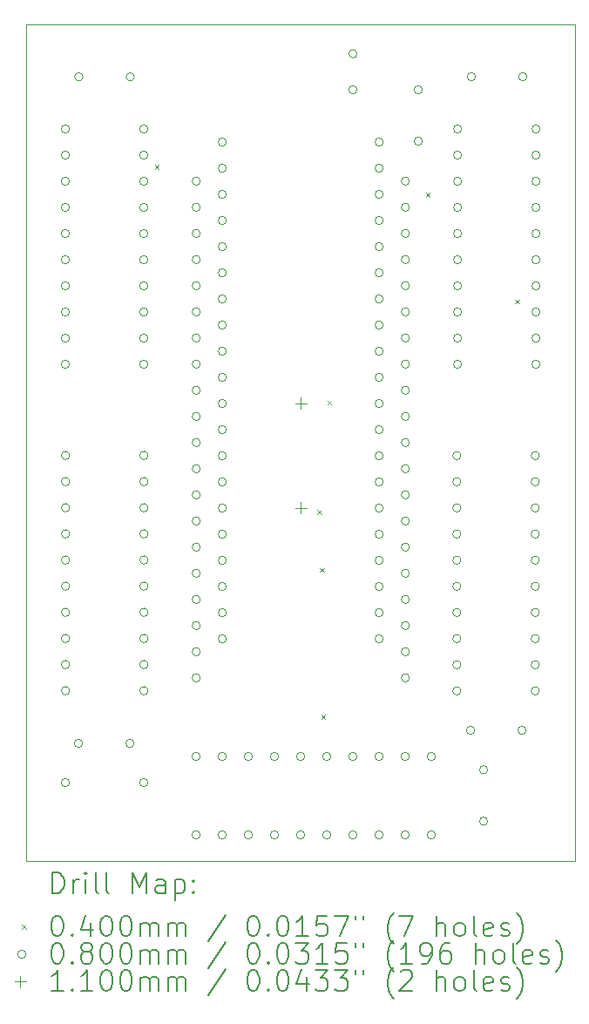
<source format=gbr>
%TF.GenerationSoftware,KiCad,Pcbnew,(6.0.9)*%
%TF.CreationDate,2023-08-18T17:20:24+02:00*%
%TF.ProjectId,Sombrero_MSX_Goa'uld,536f6d62-7265-4726-9f5f-4d53585f476f,rev?*%
%TF.SameCoordinates,Original*%
%TF.FileFunction,Drillmap*%
%TF.FilePolarity,Positive*%
%FSLAX45Y45*%
G04 Gerber Fmt 4.5, Leading zero omitted, Abs format (unit mm)*
G04 Created by KiCad (PCBNEW (6.0.9)) date 2023-08-18 17:20:24*
%MOMM*%
%LPD*%
G01*
G04 APERTURE LIST*
%ADD10C,0.050000*%
%ADD11C,0.200000*%
%ADD12C,0.040000*%
%ADD13C,0.080000*%
%ADD14C,0.110000*%
G04 APERTURE END LIST*
D10*
X12065000Y-6477000D02*
X17399000Y-6477000D01*
X17399000Y-6477000D02*
X17399000Y-14605000D01*
X17399000Y-14605000D02*
X12065000Y-14605000D01*
X12065000Y-14605000D02*
X12065000Y-6477000D01*
D11*
D12*
X13313670Y-7842520D02*
X13353670Y-7882520D01*
X13353670Y-7842520D02*
X13313670Y-7882520D01*
X14891830Y-11192770D02*
X14931830Y-11232770D01*
X14931830Y-11192770D02*
X14891830Y-11232770D01*
X14919550Y-11757110D02*
X14959550Y-11797110D01*
X14959550Y-11757110D02*
X14919550Y-11797110D01*
X14931680Y-13187630D02*
X14971680Y-13227630D01*
X14971680Y-13187630D02*
X14931680Y-13227630D01*
X14992040Y-10133000D02*
X15032040Y-10173000D01*
X15032040Y-10133000D02*
X14992040Y-10173000D01*
X15946970Y-8110660D02*
X15986970Y-8150660D01*
X15986970Y-8110660D02*
X15946970Y-8150660D01*
X16815380Y-9151000D02*
X16855380Y-9191000D01*
X16855380Y-9151000D02*
X16815380Y-9191000D01*
D13*
X12485500Y-7493500D02*
G75*
G03*
X12485500Y-7493500I-40000J0D01*
G01*
X12485500Y-7747500D02*
G75*
G03*
X12485500Y-7747500I-40000J0D01*
G01*
X12485500Y-8001500D02*
G75*
G03*
X12485500Y-8001500I-40000J0D01*
G01*
X12485500Y-8255500D02*
G75*
G03*
X12485500Y-8255500I-40000J0D01*
G01*
X12485500Y-8509500D02*
G75*
G03*
X12485500Y-8509500I-40000J0D01*
G01*
X12485500Y-8763500D02*
G75*
G03*
X12485500Y-8763500I-40000J0D01*
G01*
X12485500Y-9017500D02*
G75*
G03*
X12485500Y-9017500I-40000J0D01*
G01*
X12485500Y-9271500D02*
G75*
G03*
X12485500Y-9271500I-40000J0D01*
G01*
X12485500Y-9525500D02*
G75*
G03*
X12485500Y-9525500I-40000J0D01*
G01*
X12485500Y-9779500D02*
G75*
G03*
X12485500Y-9779500I-40000J0D01*
G01*
X12486000Y-13843000D02*
G75*
G03*
X12486000Y-13843000I-40000J0D01*
G01*
X12487500Y-10665500D02*
G75*
G03*
X12487500Y-10665500I-40000J0D01*
G01*
X12487500Y-10919500D02*
G75*
G03*
X12487500Y-10919500I-40000J0D01*
G01*
X12487500Y-11173500D02*
G75*
G03*
X12487500Y-11173500I-40000J0D01*
G01*
X12487500Y-11427500D02*
G75*
G03*
X12487500Y-11427500I-40000J0D01*
G01*
X12487500Y-11681500D02*
G75*
G03*
X12487500Y-11681500I-40000J0D01*
G01*
X12487500Y-11935500D02*
G75*
G03*
X12487500Y-11935500I-40000J0D01*
G01*
X12487500Y-12189500D02*
G75*
G03*
X12487500Y-12189500I-40000J0D01*
G01*
X12487500Y-12443500D02*
G75*
G03*
X12487500Y-12443500I-40000J0D01*
G01*
X12487500Y-12697500D02*
G75*
G03*
X12487500Y-12697500I-40000J0D01*
G01*
X12487500Y-12951500D02*
G75*
G03*
X12487500Y-12951500I-40000J0D01*
G01*
X12613000Y-13462000D02*
G75*
G03*
X12613000Y-13462000I-40000J0D01*
G01*
X12616500Y-6986500D02*
G75*
G03*
X12616500Y-6986500I-40000J0D01*
G01*
X13113000Y-13462000D02*
G75*
G03*
X13113000Y-13462000I-40000J0D01*
G01*
X13116500Y-6986500D02*
G75*
G03*
X13116500Y-6986500I-40000J0D01*
G01*
X13247500Y-7493500D02*
G75*
G03*
X13247500Y-7493500I-40000J0D01*
G01*
X13247500Y-7747500D02*
G75*
G03*
X13247500Y-7747500I-40000J0D01*
G01*
X13247500Y-8001500D02*
G75*
G03*
X13247500Y-8001500I-40000J0D01*
G01*
X13247500Y-8255500D02*
G75*
G03*
X13247500Y-8255500I-40000J0D01*
G01*
X13247500Y-8509500D02*
G75*
G03*
X13247500Y-8509500I-40000J0D01*
G01*
X13247500Y-8763500D02*
G75*
G03*
X13247500Y-8763500I-40000J0D01*
G01*
X13247500Y-9017500D02*
G75*
G03*
X13247500Y-9017500I-40000J0D01*
G01*
X13247500Y-9271500D02*
G75*
G03*
X13247500Y-9271500I-40000J0D01*
G01*
X13247500Y-9525500D02*
G75*
G03*
X13247500Y-9525500I-40000J0D01*
G01*
X13247500Y-9779500D02*
G75*
G03*
X13247500Y-9779500I-40000J0D01*
G01*
X13248000Y-13843000D02*
G75*
G03*
X13248000Y-13843000I-40000J0D01*
G01*
X13249500Y-10665500D02*
G75*
G03*
X13249500Y-10665500I-40000J0D01*
G01*
X13249500Y-10919500D02*
G75*
G03*
X13249500Y-10919500I-40000J0D01*
G01*
X13249500Y-11173500D02*
G75*
G03*
X13249500Y-11173500I-40000J0D01*
G01*
X13249500Y-11427500D02*
G75*
G03*
X13249500Y-11427500I-40000J0D01*
G01*
X13249500Y-11681500D02*
G75*
G03*
X13249500Y-11681500I-40000J0D01*
G01*
X13249500Y-11935500D02*
G75*
G03*
X13249500Y-11935500I-40000J0D01*
G01*
X13249500Y-12189500D02*
G75*
G03*
X13249500Y-12189500I-40000J0D01*
G01*
X13249500Y-12443500D02*
G75*
G03*
X13249500Y-12443500I-40000J0D01*
G01*
X13249500Y-12697500D02*
G75*
G03*
X13249500Y-12697500I-40000J0D01*
G01*
X13249500Y-12951500D02*
G75*
G03*
X13249500Y-12951500I-40000J0D01*
G01*
X13756000Y-13589000D02*
G75*
G03*
X13756000Y-13589000I-40000J0D01*
G01*
X13756000Y-14351000D02*
G75*
G03*
X13756000Y-14351000I-40000J0D01*
G01*
X13757500Y-8000500D02*
G75*
G03*
X13757500Y-8000500I-40000J0D01*
G01*
X13757500Y-8254500D02*
G75*
G03*
X13757500Y-8254500I-40000J0D01*
G01*
X13757500Y-8508500D02*
G75*
G03*
X13757500Y-8508500I-40000J0D01*
G01*
X13757500Y-8762500D02*
G75*
G03*
X13757500Y-8762500I-40000J0D01*
G01*
X13757500Y-9016500D02*
G75*
G03*
X13757500Y-9016500I-40000J0D01*
G01*
X13757500Y-9270500D02*
G75*
G03*
X13757500Y-9270500I-40000J0D01*
G01*
X13757500Y-9524500D02*
G75*
G03*
X13757500Y-9524500I-40000J0D01*
G01*
X13757500Y-9778500D02*
G75*
G03*
X13757500Y-9778500I-40000J0D01*
G01*
X13757500Y-10032500D02*
G75*
G03*
X13757500Y-10032500I-40000J0D01*
G01*
X13757500Y-10286500D02*
G75*
G03*
X13757500Y-10286500I-40000J0D01*
G01*
X13757500Y-10540500D02*
G75*
G03*
X13757500Y-10540500I-40000J0D01*
G01*
X13757500Y-10794500D02*
G75*
G03*
X13757500Y-10794500I-40000J0D01*
G01*
X13757500Y-11048500D02*
G75*
G03*
X13757500Y-11048500I-40000J0D01*
G01*
X13757500Y-11302500D02*
G75*
G03*
X13757500Y-11302500I-40000J0D01*
G01*
X13757500Y-11556500D02*
G75*
G03*
X13757500Y-11556500I-40000J0D01*
G01*
X13757500Y-11810500D02*
G75*
G03*
X13757500Y-11810500I-40000J0D01*
G01*
X13757500Y-12064500D02*
G75*
G03*
X13757500Y-12064500I-40000J0D01*
G01*
X13757500Y-12318500D02*
G75*
G03*
X13757500Y-12318500I-40000J0D01*
G01*
X13757500Y-12572500D02*
G75*
G03*
X13757500Y-12572500I-40000J0D01*
G01*
X13757500Y-12826500D02*
G75*
G03*
X13757500Y-12826500I-40000J0D01*
G01*
X14010000Y-13589000D02*
G75*
G03*
X14010000Y-13589000I-40000J0D01*
G01*
X14010000Y-14351000D02*
G75*
G03*
X14010000Y-14351000I-40000J0D01*
G01*
X14011000Y-7620000D02*
G75*
G03*
X14011000Y-7620000I-40000J0D01*
G01*
X14011000Y-7874000D02*
G75*
G03*
X14011000Y-7874000I-40000J0D01*
G01*
X14011000Y-8128000D02*
G75*
G03*
X14011000Y-8128000I-40000J0D01*
G01*
X14011000Y-8382000D02*
G75*
G03*
X14011000Y-8382000I-40000J0D01*
G01*
X14011000Y-8636000D02*
G75*
G03*
X14011000Y-8636000I-40000J0D01*
G01*
X14011000Y-8890000D02*
G75*
G03*
X14011000Y-8890000I-40000J0D01*
G01*
X14011000Y-9144000D02*
G75*
G03*
X14011000Y-9144000I-40000J0D01*
G01*
X14011000Y-9398000D02*
G75*
G03*
X14011000Y-9398000I-40000J0D01*
G01*
X14011000Y-9652000D02*
G75*
G03*
X14011000Y-9652000I-40000J0D01*
G01*
X14011000Y-9906000D02*
G75*
G03*
X14011000Y-9906000I-40000J0D01*
G01*
X14011000Y-10160000D02*
G75*
G03*
X14011000Y-10160000I-40000J0D01*
G01*
X14011000Y-10414000D02*
G75*
G03*
X14011000Y-10414000I-40000J0D01*
G01*
X14011000Y-10668000D02*
G75*
G03*
X14011000Y-10668000I-40000J0D01*
G01*
X14011000Y-10922000D02*
G75*
G03*
X14011000Y-10922000I-40000J0D01*
G01*
X14011000Y-11176000D02*
G75*
G03*
X14011000Y-11176000I-40000J0D01*
G01*
X14011000Y-11430000D02*
G75*
G03*
X14011000Y-11430000I-40000J0D01*
G01*
X14011000Y-11684000D02*
G75*
G03*
X14011000Y-11684000I-40000J0D01*
G01*
X14011000Y-11938000D02*
G75*
G03*
X14011000Y-11938000I-40000J0D01*
G01*
X14011000Y-12192000D02*
G75*
G03*
X14011000Y-12192000I-40000J0D01*
G01*
X14011000Y-12446000D02*
G75*
G03*
X14011000Y-12446000I-40000J0D01*
G01*
X14264000Y-13589000D02*
G75*
G03*
X14264000Y-13589000I-40000J0D01*
G01*
X14264000Y-14351000D02*
G75*
G03*
X14264000Y-14351000I-40000J0D01*
G01*
X14518000Y-13589000D02*
G75*
G03*
X14518000Y-13589000I-40000J0D01*
G01*
X14518000Y-14351000D02*
G75*
G03*
X14518000Y-14351000I-40000J0D01*
G01*
X14772000Y-13589000D02*
G75*
G03*
X14772000Y-13589000I-40000J0D01*
G01*
X14772000Y-14351000D02*
G75*
G03*
X14772000Y-14351000I-40000J0D01*
G01*
X15026000Y-13589000D02*
G75*
G03*
X15026000Y-13589000I-40000J0D01*
G01*
X15026000Y-14351000D02*
G75*
G03*
X15026000Y-14351000I-40000J0D01*
G01*
X15280000Y-6762000D02*
G75*
G03*
X15280000Y-6762000I-40000J0D01*
G01*
X15280000Y-7112000D02*
G75*
G03*
X15280000Y-7112000I-40000J0D01*
G01*
X15280000Y-13589000D02*
G75*
G03*
X15280000Y-13589000I-40000J0D01*
G01*
X15280000Y-14351000D02*
G75*
G03*
X15280000Y-14351000I-40000J0D01*
G01*
X15534000Y-13589000D02*
G75*
G03*
X15534000Y-13589000I-40000J0D01*
G01*
X15534000Y-14351000D02*
G75*
G03*
X15534000Y-14351000I-40000J0D01*
G01*
X15535000Y-7620000D02*
G75*
G03*
X15535000Y-7620000I-40000J0D01*
G01*
X15535000Y-7874000D02*
G75*
G03*
X15535000Y-7874000I-40000J0D01*
G01*
X15535000Y-8128000D02*
G75*
G03*
X15535000Y-8128000I-40000J0D01*
G01*
X15535000Y-8382000D02*
G75*
G03*
X15535000Y-8382000I-40000J0D01*
G01*
X15535000Y-8636000D02*
G75*
G03*
X15535000Y-8636000I-40000J0D01*
G01*
X15535000Y-8890000D02*
G75*
G03*
X15535000Y-8890000I-40000J0D01*
G01*
X15535000Y-9144000D02*
G75*
G03*
X15535000Y-9144000I-40000J0D01*
G01*
X15535000Y-9398000D02*
G75*
G03*
X15535000Y-9398000I-40000J0D01*
G01*
X15535000Y-9652000D02*
G75*
G03*
X15535000Y-9652000I-40000J0D01*
G01*
X15535000Y-9906000D02*
G75*
G03*
X15535000Y-9906000I-40000J0D01*
G01*
X15535000Y-10160000D02*
G75*
G03*
X15535000Y-10160000I-40000J0D01*
G01*
X15535000Y-10414000D02*
G75*
G03*
X15535000Y-10414000I-40000J0D01*
G01*
X15535000Y-10668000D02*
G75*
G03*
X15535000Y-10668000I-40000J0D01*
G01*
X15535000Y-10922000D02*
G75*
G03*
X15535000Y-10922000I-40000J0D01*
G01*
X15535000Y-11176000D02*
G75*
G03*
X15535000Y-11176000I-40000J0D01*
G01*
X15535000Y-11430000D02*
G75*
G03*
X15535000Y-11430000I-40000J0D01*
G01*
X15535000Y-11684000D02*
G75*
G03*
X15535000Y-11684000I-40000J0D01*
G01*
X15535000Y-11938000D02*
G75*
G03*
X15535000Y-11938000I-40000J0D01*
G01*
X15535000Y-12192000D02*
G75*
G03*
X15535000Y-12192000I-40000J0D01*
G01*
X15535000Y-12446000D02*
G75*
G03*
X15535000Y-12446000I-40000J0D01*
G01*
X15788000Y-13589000D02*
G75*
G03*
X15788000Y-13589000I-40000J0D01*
G01*
X15788000Y-14351000D02*
G75*
G03*
X15788000Y-14351000I-40000J0D01*
G01*
X15789500Y-8000500D02*
G75*
G03*
X15789500Y-8000500I-40000J0D01*
G01*
X15789500Y-8254500D02*
G75*
G03*
X15789500Y-8254500I-40000J0D01*
G01*
X15789500Y-8508500D02*
G75*
G03*
X15789500Y-8508500I-40000J0D01*
G01*
X15789500Y-8762500D02*
G75*
G03*
X15789500Y-8762500I-40000J0D01*
G01*
X15789500Y-9016500D02*
G75*
G03*
X15789500Y-9016500I-40000J0D01*
G01*
X15789500Y-9270500D02*
G75*
G03*
X15789500Y-9270500I-40000J0D01*
G01*
X15789500Y-9524500D02*
G75*
G03*
X15789500Y-9524500I-40000J0D01*
G01*
X15789500Y-9778500D02*
G75*
G03*
X15789500Y-9778500I-40000J0D01*
G01*
X15789500Y-10032500D02*
G75*
G03*
X15789500Y-10032500I-40000J0D01*
G01*
X15789500Y-10286500D02*
G75*
G03*
X15789500Y-10286500I-40000J0D01*
G01*
X15789500Y-10540500D02*
G75*
G03*
X15789500Y-10540500I-40000J0D01*
G01*
X15789500Y-10794500D02*
G75*
G03*
X15789500Y-10794500I-40000J0D01*
G01*
X15789500Y-11048500D02*
G75*
G03*
X15789500Y-11048500I-40000J0D01*
G01*
X15789500Y-11302500D02*
G75*
G03*
X15789500Y-11302500I-40000J0D01*
G01*
X15789500Y-11556500D02*
G75*
G03*
X15789500Y-11556500I-40000J0D01*
G01*
X15789500Y-11810500D02*
G75*
G03*
X15789500Y-11810500I-40000J0D01*
G01*
X15789500Y-12064500D02*
G75*
G03*
X15789500Y-12064500I-40000J0D01*
G01*
X15789500Y-12318500D02*
G75*
G03*
X15789500Y-12318500I-40000J0D01*
G01*
X15789500Y-12572500D02*
G75*
G03*
X15789500Y-12572500I-40000J0D01*
G01*
X15789500Y-12826500D02*
G75*
G03*
X15789500Y-12826500I-40000J0D01*
G01*
X15915000Y-7112000D02*
G75*
G03*
X15915000Y-7112000I-40000J0D01*
G01*
X15915000Y-7612000D02*
G75*
G03*
X15915000Y-7612000I-40000J0D01*
G01*
X16042000Y-13589000D02*
G75*
G03*
X16042000Y-13589000I-40000J0D01*
G01*
X16042000Y-14351000D02*
G75*
G03*
X16042000Y-14351000I-40000J0D01*
G01*
X16289500Y-10667500D02*
G75*
G03*
X16289500Y-10667500I-40000J0D01*
G01*
X16289500Y-10921500D02*
G75*
G03*
X16289500Y-10921500I-40000J0D01*
G01*
X16289500Y-11175500D02*
G75*
G03*
X16289500Y-11175500I-40000J0D01*
G01*
X16289500Y-11429500D02*
G75*
G03*
X16289500Y-11429500I-40000J0D01*
G01*
X16289500Y-11683500D02*
G75*
G03*
X16289500Y-11683500I-40000J0D01*
G01*
X16289500Y-11937500D02*
G75*
G03*
X16289500Y-11937500I-40000J0D01*
G01*
X16289500Y-12191500D02*
G75*
G03*
X16289500Y-12191500I-40000J0D01*
G01*
X16289500Y-12445500D02*
G75*
G03*
X16289500Y-12445500I-40000J0D01*
G01*
X16289500Y-12699500D02*
G75*
G03*
X16289500Y-12699500I-40000J0D01*
G01*
X16289500Y-12953500D02*
G75*
G03*
X16289500Y-12953500I-40000J0D01*
G01*
X16297000Y-7493500D02*
G75*
G03*
X16297000Y-7493500I-40000J0D01*
G01*
X16297000Y-7747500D02*
G75*
G03*
X16297000Y-7747500I-40000J0D01*
G01*
X16297000Y-8001500D02*
G75*
G03*
X16297000Y-8001500I-40000J0D01*
G01*
X16297000Y-8255500D02*
G75*
G03*
X16297000Y-8255500I-40000J0D01*
G01*
X16297000Y-8509500D02*
G75*
G03*
X16297000Y-8509500I-40000J0D01*
G01*
X16297000Y-8763500D02*
G75*
G03*
X16297000Y-8763500I-40000J0D01*
G01*
X16297000Y-9017500D02*
G75*
G03*
X16297000Y-9017500I-40000J0D01*
G01*
X16297000Y-9271500D02*
G75*
G03*
X16297000Y-9271500I-40000J0D01*
G01*
X16297000Y-9525500D02*
G75*
G03*
X16297000Y-9525500I-40000J0D01*
G01*
X16297000Y-9779500D02*
G75*
G03*
X16297000Y-9779500I-40000J0D01*
G01*
X16423000Y-13335000D02*
G75*
G03*
X16423000Y-13335000I-40000J0D01*
G01*
X16431000Y-6985500D02*
G75*
G03*
X16431000Y-6985500I-40000J0D01*
G01*
X16550000Y-13720000D02*
G75*
G03*
X16550000Y-13720000I-40000J0D01*
G01*
X16550000Y-14220000D02*
G75*
G03*
X16550000Y-14220000I-40000J0D01*
G01*
X16923000Y-13335000D02*
G75*
G03*
X16923000Y-13335000I-40000J0D01*
G01*
X16931000Y-6985500D02*
G75*
G03*
X16931000Y-6985500I-40000J0D01*
G01*
X17051500Y-10667500D02*
G75*
G03*
X17051500Y-10667500I-40000J0D01*
G01*
X17051500Y-10921500D02*
G75*
G03*
X17051500Y-10921500I-40000J0D01*
G01*
X17051500Y-11175500D02*
G75*
G03*
X17051500Y-11175500I-40000J0D01*
G01*
X17051500Y-11429500D02*
G75*
G03*
X17051500Y-11429500I-40000J0D01*
G01*
X17051500Y-11683500D02*
G75*
G03*
X17051500Y-11683500I-40000J0D01*
G01*
X17051500Y-11937500D02*
G75*
G03*
X17051500Y-11937500I-40000J0D01*
G01*
X17051500Y-12191500D02*
G75*
G03*
X17051500Y-12191500I-40000J0D01*
G01*
X17051500Y-12445500D02*
G75*
G03*
X17051500Y-12445500I-40000J0D01*
G01*
X17051500Y-12699500D02*
G75*
G03*
X17051500Y-12699500I-40000J0D01*
G01*
X17051500Y-12953500D02*
G75*
G03*
X17051500Y-12953500I-40000J0D01*
G01*
X17059000Y-7493500D02*
G75*
G03*
X17059000Y-7493500I-40000J0D01*
G01*
X17059000Y-7747500D02*
G75*
G03*
X17059000Y-7747500I-40000J0D01*
G01*
X17059000Y-8001500D02*
G75*
G03*
X17059000Y-8001500I-40000J0D01*
G01*
X17059000Y-8255500D02*
G75*
G03*
X17059000Y-8255500I-40000J0D01*
G01*
X17059000Y-8509500D02*
G75*
G03*
X17059000Y-8509500I-40000J0D01*
G01*
X17059000Y-8763500D02*
G75*
G03*
X17059000Y-8763500I-40000J0D01*
G01*
X17059000Y-9017500D02*
G75*
G03*
X17059000Y-9017500I-40000J0D01*
G01*
X17059000Y-9271500D02*
G75*
G03*
X17059000Y-9271500I-40000J0D01*
G01*
X17059000Y-9525500D02*
G75*
G03*
X17059000Y-9525500I-40000J0D01*
G01*
X17059000Y-9779500D02*
G75*
G03*
X17059000Y-9779500I-40000J0D01*
G01*
D14*
X14734000Y-10105000D02*
X14734000Y-10215000D01*
X14679000Y-10160000D02*
X14789000Y-10160000D01*
X14734000Y-11121000D02*
X14734000Y-11231000D01*
X14679000Y-11176000D02*
X14789000Y-11176000D01*
D11*
X12320119Y-14917976D02*
X12320119Y-14717976D01*
X12367738Y-14717976D01*
X12396309Y-14727500D01*
X12415357Y-14746548D01*
X12424881Y-14765595D01*
X12434405Y-14803690D01*
X12434405Y-14832262D01*
X12424881Y-14870357D01*
X12415357Y-14889405D01*
X12396309Y-14908452D01*
X12367738Y-14917976D01*
X12320119Y-14917976D01*
X12520119Y-14917976D02*
X12520119Y-14784643D01*
X12520119Y-14822738D02*
X12529643Y-14803690D01*
X12539167Y-14794167D01*
X12558214Y-14784643D01*
X12577262Y-14784643D01*
X12643928Y-14917976D02*
X12643928Y-14784643D01*
X12643928Y-14717976D02*
X12634405Y-14727500D01*
X12643928Y-14737024D01*
X12653452Y-14727500D01*
X12643928Y-14717976D01*
X12643928Y-14737024D01*
X12767738Y-14917976D02*
X12748690Y-14908452D01*
X12739167Y-14889405D01*
X12739167Y-14717976D01*
X12872500Y-14917976D02*
X12853452Y-14908452D01*
X12843928Y-14889405D01*
X12843928Y-14717976D01*
X13101071Y-14917976D02*
X13101071Y-14717976D01*
X13167738Y-14860833D01*
X13234405Y-14717976D01*
X13234405Y-14917976D01*
X13415357Y-14917976D02*
X13415357Y-14813214D01*
X13405833Y-14794167D01*
X13386786Y-14784643D01*
X13348690Y-14784643D01*
X13329643Y-14794167D01*
X13415357Y-14908452D02*
X13396309Y-14917976D01*
X13348690Y-14917976D01*
X13329643Y-14908452D01*
X13320119Y-14889405D01*
X13320119Y-14870357D01*
X13329643Y-14851309D01*
X13348690Y-14841786D01*
X13396309Y-14841786D01*
X13415357Y-14832262D01*
X13510595Y-14784643D02*
X13510595Y-14984643D01*
X13510595Y-14794167D02*
X13529643Y-14784643D01*
X13567738Y-14784643D01*
X13586786Y-14794167D01*
X13596309Y-14803690D01*
X13605833Y-14822738D01*
X13605833Y-14879881D01*
X13596309Y-14898928D01*
X13586786Y-14908452D01*
X13567738Y-14917976D01*
X13529643Y-14917976D01*
X13510595Y-14908452D01*
X13691548Y-14898928D02*
X13701071Y-14908452D01*
X13691548Y-14917976D01*
X13682024Y-14908452D01*
X13691548Y-14898928D01*
X13691548Y-14917976D01*
X13691548Y-14794167D02*
X13701071Y-14803690D01*
X13691548Y-14813214D01*
X13682024Y-14803690D01*
X13691548Y-14794167D01*
X13691548Y-14813214D01*
D12*
X12022500Y-15227500D02*
X12062500Y-15267500D01*
X12062500Y-15227500D02*
X12022500Y-15267500D01*
D11*
X12358214Y-15137976D02*
X12377262Y-15137976D01*
X12396309Y-15147500D01*
X12405833Y-15157024D01*
X12415357Y-15176071D01*
X12424881Y-15214167D01*
X12424881Y-15261786D01*
X12415357Y-15299881D01*
X12405833Y-15318928D01*
X12396309Y-15328452D01*
X12377262Y-15337976D01*
X12358214Y-15337976D01*
X12339167Y-15328452D01*
X12329643Y-15318928D01*
X12320119Y-15299881D01*
X12310595Y-15261786D01*
X12310595Y-15214167D01*
X12320119Y-15176071D01*
X12329643Y-15157024D01*
X12339167Y-15147500D01*
X12358214Y-15137976D01*
X12510595Y-15318928D02*
X12520119Y-15328452D01*
X12510595Y-15337976D01*
X12501071Y-15328452D01*
X12510595Y-15318928D01*
X12510595Y-15337976D01*
X12691548Y-15204643D02*
X12691548Y-15337976D01*
X12643928Y-15128452D02*
X12596309Y-15271309D01*
X12720119Y-15271309D01*
X12834405Y-15137976D02*
X12853452Y-15137976D01*
X12872500Y-15147500D01*
X12882024Y-15157024D01*
X12891548Y-15176071D01*
X12901071Y-15214167D01*
X12901071Y-15261786D01*
X12891548Y-15299881D01*
X12882024Y-15318928D01*
X12872500Y-15328452D01*
X12853452Y-15337976D01*
X12834405Y-15337976D01*
X12815357Y-15328452D01*
X12805833Y-15318928D01*
X12796309Y-15299881D01*
X12786786Y-15261786D01*
X12786786Y-15214167D01*
X12796309Y-15176071D01*
X12805833Y-15157024D01*
X12815357Y-15147500D01*
X12834405Y-15137976D01*
X13024881Y-15137976D02*
X13043928Y-15137976D01*
X13062976Y-15147500D01*
X13072500Y-15157024D01*
X13082024Y-15176071D01*
X13091548Y-15214167D01*
X13091548Y-15261786D01*
X13082024Y-15299881D01*
X13072500Y-15318928D01*
X13062976Y-15328452D01*
X13043928Y-15337976D01*
X13024881Y-15337976D01*
X13005833Y-15328452D01*
X12996309Y-15318928D01*
X12986786Y-15299881D01*
X12977262Y-15261786D01*
X12977262Y-15214167D01*
X12986786Y-15176071D01*
X12996309Y-15157024D01*
X13005833Y-15147500D01*
X13024881Y-15137976D01*
X13177262Y-15337976D02*
X13177262Y-15204643D01*
X13177262Y-15223690D02*
X13186786Y-15214167D01*
X13205833Y-15204643D01*
X13234405Y-15204643D01*
X13253452Y-15214167D01*
X13262976Y-15233214D01*
X13262976Y-15337976D01*
X13262976Y-15233214D02*
X13272500Y-15214167D01*
X13291548Y-15204643D01*
X13320119Y-15204643D01*
X13339167Y-15214167D01*
X13348690Y-15233214D01*
X13348690Y-15337976D01*
X13443928Y-15337976D02*
X13443928Y-15204643D01*
X13443928Y-15223690D02*
X13453452Y-15214167D01*
X13472500Y-15204643D01*
X13501071Y-15204643D01*
X13520119Y-15214167D01*
X13529643Y-15233214D01*
X13529643Y-15337976D01*
X13529643Y-15233214D02*
X13539167Y-15214167D01*
X13558214Y-15204643D01*
X13586786Y-15204643D01*
X13605833Y-15214167D01*
X13615357Y-15233214D01*
X13615357Y-15337976D01*
X14005833Y-15128452D02*
X13834405Y-15385595D01*
X14262976Y-15137976D02*
X14282024Y-15137976D01*
X14301071Y-15147500D01*
X14310595Y-15157024D01*
X14320119Y-15176071D01*
X14329643Y-15214167D01*
X14329643Y-15261786D01*
X14320119Y-15299881D01*
X14310595Y-15318928D01*
X14301071Y-15328452D01*
X14282024Y-15337976D01*
X14262976Y-15337976D01*
X14243928Y-15328452D01*
X14234405Y-15318928D01*
X14224881Y-15299881D01*
X14215357Y-15261786D01*
X14215357Y-15214167D01*
X14224881Y-15176071D01*
X14234405Y-15157024D01*
X14243928Y-15147500D01*
X14262976Y-15137976D01*
X14415357Y-15318928D02*
X14424881Y-15328452D01*
X14415357Y-15337976D01*
X14405833Y-15328452D01*
X14415357Y-15318928D01*
X14415357Y-15337976D01*
X14548690Y-15137976D02*
X14567738Y-15137976D01*
X14586786Y-15147500D01*
X14596309Y-15157024D01*
X14605833Y-15176071D01*
X14615357Y-15214167D01*
X14615357Y-15261786D01*
X14605833Y-15299881D01*
X14596309Y-15318928D01*
X14586786Y-15328452D01*
X14567738Y-15337976D01*
X14548690Y-15337976D01*
X14529643Y-15328452D01*
X14520119Y-15318928D01*
X14510595Y-15299881D01*
X14501071Y-15261786D01*
X14501071Y-15214167D01*
X14510595Y-15176071D01*
X14520119Y-15157024D01*
X14529643Y-15147500D01*
X14548690Y-15137976D01*
X14805833Y-15337976D02*
X14691548Y-15337976D01*
X14748690Y-15337976D02*
X14748690Y-15137976D01*
X14729643Y-15166548D01*
X14710595Y-15185595D01*
X14691548Y-15195119D01*
X14986786Y-15137976D02*
X14891548Y-15137976D01*
X14882024Y-15233214D01*
X14891548Y-15223690D01*
X14910595Y-15214167D01*
X14958214Y-15214167D01*
X14977262Y-15223690D01*
X14986786Y-15233214D01*
X14996309Y-15252262D01*
X14996309Y-15299881D01*
X14986786Y-15318928D01*
X14977262Y-15328452D01*
X14958214Y-15337976D01*
X14910595Y-15337976D01*
X14891548Y-15328452D01*
X14882024Y-15318928D01*
X15062976Y-15137976D02*
X15196309Y-15137976D01*
X15110595Y-15337976D01*
X15262976Y-15137976D02*
X15262976Y-15176071D01*
X15339167Y-15137976D02*
X15339167Y-15176071D01*
X15634405Y-15414167D02*
X15624881Y-15404643D01*
X15605833Y-15376071D01*
X15596309Y-15357024D01*
X15586786Y-15328452D01*
X15577262Y-15280833D01*
X15577262Y-15242738D01*
X15586786Y-15195119D01*
X15596309Y-15166548D01*
X15605833Y-15147500D01*
X15624881Y-15118928D01*
X15634405Y-15109405D01*
X15691548Y-15137976D02*
X15824881Y-15137976D01*
X15739167Y-15337976D01*
X16053452Y-15337976D02*
X16053452Y-15137976D01*
X16139167Y-15337976D02*
X16139167Y-15233214D01*
X16129643Y-15214167D01*
X16110595Y-15204643D01*
X16082024Y-15204643D01*
X16062976Y-15214167D01*
X16053452Y-15223690D01*
X16262976Y-15337976D02*
X16243928Y-15328452D01*
X16234405Y-15318928D01*
X16224881Y-15299881D01*
X16224881Y-15242738D01*
X16234405Y-15223690D01*
X16243928Y-15214167D01*
X16262976Y-15204643D01*
X16291548Y-15204643D01*
X16310595Y-15214167D01*
X16320119Y-15223690D01*
X16329643Y-15242738D01*
X16329643Y-15299881D01*
X16320119Y-15318928D01*
X16310595Y-15328452D01*
X16291548Y-15337976D01*
X16262976Y-15337976D01*
X16443928Y-15337976D02*
X16424881Y-15328452D01*
X16415357Y-15309405D01*
X16415357Y-15137976D01*
X16596309Y-15328452D02*
X16577262Y-15337976D01*
X16539167Y-15337976D01*
X16520119Y-15328452D01*
X16510595Y-15309405D01*
X16510595Y-15233214D01*
X16520119Y-15214167D01*
X16539167Y-15204643D01*
X16577262Y-15204643D01*
X16596309Y-15214167D01*
X16605833Y-15233214D01*
X16605833Y-15252262D01*
X16510595Y-15271309D01*
X16682024Y-15328452D02*
X16701071Y-15337976D01*
X16739167Y-15337976D01*
X16758214Y-15328452D01*
X16767738Y-15309405D01*
X16767738Y-15299881D01*
X16758214Y-15280833D01*
X16739167Y-15271309D01*
X16710595Y-15271309D01*
X16691548Y-15261786D01*
X16682024Y-15242738D01*
X16682024Y-15233214D01*
X16691548Y-15214167D01*
X16710595Y-15204643D01*
X16739167Y-15204643D01*
X16758214Y-15214167D01*
X16834405Y-15414167D02*
X16843929Y-15404643D01*
X16862976Y-15376071D01*
X16872500Y-15357024D01*
X16882024Y-15328452D01*
X16891548Y-15280833D01*
X16891548Y-15242738D01*
X16882024Y-15195119D01*
X16872500Y-15166548D01*
X16862976Y-15147500D01*
X16843929Y-15118928D01*
X16834405Y-15109405D01*
D13*
X12062500Y-15511500D02*
G75*
G03*
X12062500Y-15511500I-40000J0D01*
G01*
D11*
X12358214Y-15401976D02*
X12377262Y-15401976D01*
X12396309Y-15411500D01*
X12405833Y-15421024D01*
X12415357Y-15440071D01*
X12424881Y-15478167D01*
X12424881Y-15525786D01*
X12415357Y-15563881D01*
X12405833Y-15582928D01*
X12396309Y-15592452D01*
X12377262Y-15601976D01*
X12358214Y-15601976D01*
X12339167Y-15592452D01*
X12329643Y-15582928D01*
X12320119Y-15563881D01*
X12310595Y-15525786D01*
X12310595Y-15478167D01*
X12320119Y-15440071D01*
X12329643Y-15421024D01*
X12339167Y-15411500D01*
X12358214Y-15401976D01*
X12510595Y-15582928D02*
X12520119Y-15592452D01*
X12510595Y-15601976D01*
X12501071Y-15592452D01*
X12510595Y-15582928D01*
X12510595Y-15601976D01*
X12634405Y-15487690D02*
X12615357Y-15478167D01*
X12605833Y-15468643D01*
X12596309Y-15449595D01*
X12596309Y-15440071D01*
X12605833Y-15421024D01*
X12615357Y-15411500D01*
X12634405Y-15401976D01*
X12672500Y-15401976D01*
X12691548Y-15411500D01*
X12701071Y-15421024D01*
X12710595Y-15440071D01*
X12710595Y-15449595D01*
X12701071Y-15468643D01*
X12691548Y-15478167D01*
X12672500Y-15487690D01*
X12634405Y-15487690D01*
X12615357Y-15497214D01*
X12605833Y-15506738D01*
X12596309Y-15525786D01*
X12596309Y-15563881D01*
X12605833Y-15582928D01*
X12615357Y-15592452D01*
X12634405Y-15601976D01*
X12672500Y-15601976D01*
X12691548Y-15592452D01*
X12701071Y-15582928D01*
X12710595Y-15563881D01*
X12710595Y-15525786D01*
X12701071Y-15506738D01*
X12691548Y-15497214D01*
X12672500Y-15487690D01*
X12834405Y-15401976D02*
X12853452Y-15401976D01*
X12872500Y-15411500D01*
X12882024Y-15421024D01*
X12891548Y-15440071D01*
X12901071Y-15478167D01*
X12901071Y-15525786D01*
X12891548Y-15563881D01*
X12882024Y-15582928D01*
X12872500Y-15592452D01*
X12853452Y-15601976D01*
X12834405Y-15601976D01*
X12815357Y-15592452D01*
X12805833Y-15582928D01*
X12796309Y-15563881D01*
X12786786Y-15525786D01*
X12786786Y-15478167D01*
X12796309Y-15440071D01*
X12805833Y-15421024D01*
X12815357Y-15411500D01*
X12834405Y-15401976D01*
X13024881Y-15401976D02*
X13043928Y-15401976D01*
X13062976Y-15411500D01*
X13072500Y-15421024D01*
X13082024Y-15440071D01*
X13091548Y-15478167D01*
X13091548Y-15525786D01*
X13082024Y-15563881D01*
X13072500Y-15582928D01*
X13062976Y-15592452D01*
X13043928Y-15601976D01*
X13024881Y-15601976D01*
X13005833Y-15592452D01*
X12996309Y-15582928D01*
X12986786Y-15563881D01*
X12977262Y-15525786D01*
X12977262Y-15478167D01*
X12986786Y-15440071D01*
X12996309Y-15421024D01*
X13005833Y-15411500D01*
X13024881Y-15401976D01*
X13177262Y-15601976D02*
X13177262Y-15468643D01*
X13177262Y-15487690D02*
X13186786Y-15478167D01*
X13205833Y-15468643D01*
X13234405Y-15468643D01*
X13253452Y-15478167D01*
X13262976Y-15497214D01*
X13262976Y-15601976D01*
X13262976Y-15497214D02*
X13272500Y-15478167D01*
X13291548Y-15468643D01*
X13320119Y-15468643D01*
X13339167Y-15478167D01*
X13348690Y-15497214D01*
X13348690Y-15601976D01*
X13443928Y-15601976D02*
X13443928Y-15468643D01*
X13443928Y-15487690D02*
X13453452Y-15478167D01*
X13472500Y-15468643D01*
X13501071Y-15468643D01*
X13520119Y-15478167D01*
X13529643Y-15497214D01*
X13529643Y-15601976D01*
X13529643Y-15497214D02*
X13539167Y-15478167D01*
X13558214Y-15468643D01*
X13586786Y-15468643D01*
X13605833Y-15478167D01*
X13615357Y-15497214D01*
X13615357Y-15601976D01*
X14005833Y-15392452D02*
X13834405Y-15649595D01*
X14262976Y-15401976D02*
X14282024Y-15401976D01*
X14301071Y-15411500D01*
X14310595Y-15421024D01*
X14320119Y-15440071D01*
X14329643Y-15478167D01*
X14329643Y-15525786D01*
X14320119Y-15563881D01*
X14310595Y-15582928D01*
X14301071Y-15592452D01*
X14282024Y-15601976D01*
X14262976Y-15601976D01*
X14243928Y-15592452D01*
X14234405Y-15582928D01*
X14224881Y-15563881D01*
X14215357Y-15525786D01*
X14215357Y-15478167D01*
X14224881Y-15440071D01*
X14234405Y-15421024D01*
X14243928Y-15411500D01*
X14262976Y-15401976D01*
X14415357Y-15582928D02*
X14424881Y-15592452D01*
X14415357Y-15601976D01*
X14405833Y-15592452D01*
X14415357Y-15582928D01*
X14415357Y-15601976D01*
X14548690Y-15401976D02*
X14567738Y-15401976D01*
X14586786Y-15411500D01*
X14596309Y-15421024D01*
X14605833Y-15440071D01*
X14615357Y-15478167D01*
X14615357Y-15525786D01*
X14605833Y-15563881D01*
X14596309Y-15582928D01*
X14586786Y-15592452D01*
X14567738Y-15601976D01*
X14548690Y-15601976D01*
X14529643Y-15592452D01*
X14520119Y-15582928D01*
X14510595Y-15563881D01*
X14501071Y-15525786D01*
X14501071Y-15478167D01*
X14510595Y-15440071D01*
X14520119Y-15421024D01*
X14529643Y-15411500D01*
X14548690Y-15401976D01*
X14682024Y-15401976D02*
X14805833Y-15401976D01*
X14739167Y-15478167D01*
X14767738Y-15478167D01*
X14786786Y-15487690D01*
X14796309Y-15497214D01*
X14805833Y-15516262D01*
X14805833Y-15563881D01*
X14796309Y-15582928D01*
X14786786Y-15592452D01*
X14767738Y-15601976D01*
X14710595Y-15601976D01*
X14691548Y-15592452D01*
X14682024Y-15582928D01*
X14996309Y-15601976D02*
X14882024Y-15601976D01*
X14939167Y-15601976D02*
X14939167Y-15401976D01*
X14920119Y-15430548D01*
X14901071Y-15449595D01*
X14882024Y-15459119D01*
X15177262Y-15401976D02*
X15082024Y-15401976D01*
X15072500Y-15497214D01*
X15082024Y-15487690D01*
X15101071Y-15478167D01*
X15148690Y-15478167D01*
X15167738Y-15487690D01*
X15177262Y-15497214D01*
X15186786Y-15516262D01*
X15186786Y-15563881D01*
X15177262Y-15582928D01*
X15167738Y-15592452D01*
X15148690Y-15601976D01*
X15101071Y-15601976D01*
X15082024Y-15592452D01*
X15072500Y-15582928D01*
X15262976Y-15401976D02*
X15262976Y-15440071D01*
X15339167Y-15401976D02*
X15339167Y-15440071D01*
X15634405Y-15678167D02*
X15624881Y-15668643D01*
X15605833Y-15640071D01*
X15596309Y-15621024D01*
X15586786Y-15592452D01*
X15577262Y-15544833D01*
X15577262Y-15506738D01*
X15586786Y-15459119D01*
X15596309Y-15430548D01*
X15605833Y-15411500D01*
X15624881Y-15382928D01*
X15634405Y-15373405D01*
X15815357Y-15601976D02*
X15701071Y-15601976D01*
X15758214Y-15601976D02*
X15758214Y-15401976D01*
X15739167Y-15430548D01*
X15720119Y-15449595D01*
X15701071Y-15459119D01*
X15910595Y-15601976D02*
X15948690Y-15601976D01*
X15967738Y-15592452D01*
X15977262Y-15582928D01*
X15996309Y-15554357D01*
X16005833Y-15516262D01*
X16005833Y-15440071D01*
X15996309Y-15421024D01*
X15986786Y-15411500D01*
X15967738Y-15401976D01*
X15929643Y-15401976D01*
X15910595Y-15411500D01*
X15901071Y-15421024D01*
X15891548Y-15440071D01*
X15891548Y-15487690D01*
X15901071Y-15506738D01*
X15910595Y-15516262D01*
X15929643Y-15525786D01*
X15967738Y-15525786D01*
X15986786Y-15516262D01*
X15996309Y-15506738D01*
X16005833Y-15487690D01*
X16177262Y-15401976D02*
X16139167Y-15401976D01*
X16120119Y-15411500D01*
X16110595Y-15421024D01*
X16091548Y-15449595D01*
X16082024Y-15487690D01*
X16082024Y-15563881D01*
X16091548Y-15582928D01*
X16101071Y-15592452D01*
X16120119Y-15601976D01*
X16158214Y-15601976D01*
X16177262Y-15592452D01*
X16186786Y-15582928D01*
X16196309Y-15563881D01*
X16196309Y-15516262D01*
X16186786Y-15497214D01*
X16177262Y-15487690D01*
X16158214Y-15478167D01*
X16120119Y-15478167D01*
X16101071Y-15487690D01*
X16091548Y-15497214D01*
X16082024Y-15516262D01*
X16434405Y-15601976D02*
X16434405Y-15401976D01*
X16520119Y-15601976D02*
X16520119Y-15497214D01*
X16510595Y-15478167D01*
X16491548Y-15468643D01*
X16462976Y-15468643D01*
X16443928Y-15478167D01*
X16434405Y-15487690D01*
X16643928Y-15601976D02*
X16624881Y-15592452D01*
X16615357Y-15582928D01*
X16605833Y-15563881D01*
X16605833Y-15506738D01*
X16615357Y-15487690D01*
X16624881Y-15478167D01*
X16643928Y-15468643D01*
X16672500Y-15468643D01*
X16691548Y-15478167D01*
X16701071Y-15487690D01*
X16710595Y-15506738D01*
X16710595Y-15563881D01*
X16701071Y-15582928D01*
X16691548Y-15592452D01*
X16672500Y-15601976D01*
X16643928Y-15601976D01*
X16824881Y-15601976D02*
X16805833Y-15592452D01*
X16796310Y-15573405D01*
X16796310Y-15401976D01*
X16977262Y-15592452D02*
X16958214Y-15601976D01*
X16920119Y-15601976D01*
X16901071Y-15592452D01*
X16891548Y-15573405D01*
X16891548Y-15497214D01*
X16901071Y-15478167D01*
X16920119Y-15468643D01*
X16958214Y-15468643D01*
X16977262Y-15478167D01*
X16986786Y-15497214D01*
X16986786Y-15516262D01*
X16891548Y-15535309D01*
X17062976Y-15592452D02*
X17082024Y-15601976D01*
X17120119Y-15601976D01*
X17139167Y-15592452D01*
X17148690Y-15573405D01*
X17148690Y-15563881D01*
X17139167Y-15544833D01*
X17120119Y-15535309D01*
X17091548Y-15535309D01*
X17072500Y-15525786D01*
X17062976Y-15506738D01*
X17062976Y-15497214D01*
X17072500Y-15478167D01*
X17091548Y-15468643D01*
X17120119Y-15468643D01*
X17139167Y-15478167D01*
X17215357Y-15678167D02*
X17224881Y-15668643D01*
X17243929Y-15640071D01*
X17253452Y-15621024D01*
X17262976Y-15592452D01*
X17272500Y-15544833D01*
X17272500Y-15506738D01*
X17262976Y-15459119D01*
X17253452Y-15430548D01*
X17243929Y-15411500D01*
X17224881Y-15382928D01*
X17215357Y-15373405D01*
D14*
X12007500Y-15720500D02*
X12007500Y-15830500D01*
X11952500Y-15775500D02*
X12062500Y-15775500D01*
D11*
X12424881Y-15865976D02*
X12310595Y-15865976D01*
X12367738Y-15865976D02*
X12367738Y-15665976D01*
X12348690Y-15694548D01*
X12329643Y-15713595D01*
X12310595Y-15723119D01*
X12510595Y-15846928D02*
X12520119Y-15856452D01*
X12510595Y-15865976D01*
X12501071Y-15856452D01*
X12510595Y-15846928D01*
X12510595Y-15865976D01*
X12710595Y-15865976D02*
X12596309Y-15865976D01*
X12653452Y-15865976D02*
X12653452Y-15665976D01*
X12634405Y-15694548D01*
X12615357Y-15713595D01*
X12596309Y-15723119D01*
X12834405Y-15665976D02*
X12853452Y-15665976D01*
X12872500Y-15675500D01*
X12882024Y-15685024D01*
X12891548Y-15704071D01*
X12901071Y-15742167D01*
X12901071Y-15789786D01*
X12891548Y-15827881D01*
X12882024Y-15846928D01*
X12872500Y-15856452D01*
X12853452Y-15865976D01*
X12834405Y-15865976D01*
X12815357Y-15856452D01*
X12805833Y-15846928D01*
X12796309Y-15827881D01*
X12786786Y-15789786D01*
X12786786Y-15742167D01*
X12796309Y-15704071D01*
X12805833Y-15685024D01*
X12815357Y-15675500D01*
X12834405Y-15665976D01*
X13024881Y-15665976D02*
X13043928Y-15665976D01*
X13062976Y-15675500D01*
X13072500Y-15685024D01*
X13082024Y-15704071D01*
X13091548Y-15742167D01*
X13091548Y-15789786D01*
X13082024Y-15827881D01*
X13072500Y-15846928D01*
X13062976Y-15856452D01*
X13043928Y-15865976D01*
X13024881Y-15865976D01*
X13005833Y-15856452D01*
X12996309Y-15846928D01*
X12986786Y-15827881D01*
X12977262Y-15789786D01*
X12977262Y-15742167D01*
X12986786Y-15704071D01*
X12996309Y-15685024D01*
X13005833Y-15675500D01*
X13024881Y-15665976D01*
X13177262Y-15865976D02*
X13177262Y-15732643D01*
X13177262Y-15751690D02*
X13186786Y-15742167D01*
X13205833Y-15732643D01*
X13234405Y-15732643D01*
X13253452Y-15742167D01*
X13262976Y-15761214D01*
X13262976Y-15865976D01*
X13262976Y-15761214D02*
X13272500Y-15742167D01*
X13291548Y-15732643D01*
X13320119Y-15732643D01*
X13339167Y-15742167D01*
X13348690Y-15761214D01*
X13348690Y-15865976D01*
X13443928Y-15865976D02*
X13443928Y-15732643D01*
X13443928Y-15751690D02*
X13453452Y-15742167D01*
X13472500Y-15732643D01*
X13501071Y-15732643D01*
X13520119Y-15742167D01*
X13529643Y-15761214D01*
X13529643Y-15865976D01*
X13529643Y-15761214D02*
X13539167Y-15742167D01*
X13558214Y-15732643D01*
X13586786Y-15732643D01*
X13605833Y-15742167D01*
X13615357Y-15761214D01*
X13615357Y-15865976D01*
X14005833Y-15656452D02*
X13834405Y-15913595D01*
X14262976Y-15665976D02*
X14282024Y-15665976D01*
X14301071Y-15675500D01*
X14310595Y-15685024D01*
X14320119Y-15704071D01*
X14329643Y-15742167D01*
X14329643Y-15789786D01*
X14320119Y-15827881D01*
X14310595Y-15846928D01*
X14301071Y-15856452D01*
X14282024Y-15865976D01*
X14262976Y-15865976D01*
X14243928Y-15856452D01*
X14234405Y-15846928D01*
X14224881Y-15827881D01*
X14215357Y-15789786D01*
X14215357Y-15742167D01*
X14224881Y-15704071D01*
X14234405Y-15685024D01*
X14243928Y-15675500D01*
X14262976Y-15665976D01*
X14415357Y-15846928D02*
X14424881Y-15856452D01*
X14415357Y-15865976D01*
X14405833Y-15856452D01*
X14415357Y-15846928D01*
X14415357Y-15865976D01*
X14548690Y-15665976D02*
X14567738Y-15665976D01*
X14586786Y-15675500D01*
X14596309Y-15685024D01*
X14605833Y-15704071D01*
X14615357Y-15742167D01*
X14615357Y-15789786D01*
X14605833Y-15827881D01*
X14596309Y-15846928D01*
X14586786Y-15856452D01*
X14567738Y-15865976D01*
X14548690Y-15865976D01*
X14529643Y-15856452D01*
X14520119Y-15846928D01*
X14510595Y-15827881D01*
X14501071Y-15789786D01*
X14501071Y-15742167D01*
X14510595Y-15704071D01*
X14520119Y-15685024D01*
X14529643Y-15675500D01*
X14548690Y-15665976D01*
X14786786Y-15732643D02*
X14786786Y-15865976D01*
X14739167Y-15656452D02*
X14691548Y-15799309D01*
X14815357Y-15799309D01*
X14872500Y-15665976D02*
X14996309Y-15665976D01*
X14929643Y-15742167D01*
X14958214Y-15742167D01*
X14977262Y-15751690D01*
X14986786Y-15761214D01*
X14996309Y-15780262D01*
X14996309Y-15827881D01*
X14986786Y-15846928D01*
X14977262Y-15856452D01*
X14958214Y-15865976D01*
X14901071Y-15865976D01*
X14882024Y-15856452D01*
X14872500Y-15846928D01*
X15062976Y-15665976D02*
X15186786Y-15665976D01*
X15120119Y-15742167D01*
X15148690Y-15742167D01*
X15167738Y-15751690D01*
X15177262Y-15761214D01*
X15186786Y-15780262D01*
X15186786Y-15827881D01*
X15177262Y-15846928D01*
X15167738Y-15856452D01*
X15148690Y-15865976D01*
X15091548Y-15865976D01*
X15072500Y-15856452D01*
X15062976Y-15846928D01*
X15262976Y-15665976D02*
X15262976Y-15704071D01*
X15339167Y-15665976D02*
X15339167Y-15704071D01*
X15634405Y-15942167D02*
X15624881Y-15932643D01*
X15605833Y-15904071D01*
X15596309Y-15885024D01*
X15586786Y-15856452D01*
X15577262Y-15808833D01*
X15577262Y-15770738D01*
X15586786Y-15723119D01*
X15596309Y-15694548D01*
X15605833Y-15675500D01*
X15624881Y-15646928D01*
X15634405Y-15637405D01*
X15701071Y-15685024D02*
X15710595Y-15675500D01*
X15729643Y-15665976D01*
X15777262Y-15665976D01*
X15796309Y-15675500D01*
X15805833Y-15685024D01*
X15815357Y-15704071D01*
X15815357Y-15723119D01*
X15805833Y-15751690D01*
X15691548Y-15865976D01*
X15815357Y-15865976D01*
X16053452Y-15865976D02*
X16053452Y-15665976D01*
X16139167Y-15865976D02*
X16139167Y-15761214D01*
X16129643Y-15742167D01*
X16110595Y-15732643D01*
X16082024Y-15732643D01*
X16062976Y-15742167D01*
X16053452Y-15751690D01*
X16262976Y-15865976D02*
X16243928Y-15856452D01*
X16234405Y-15846928D01*
X16224881Y-15827881D01*
X16224881Y-15770738D01*
X16234405Y-15751690D01*
X16243928Y-15742167D01*
X16262976Y-15732643D01*
X16291548Y-15732643D01*
X16310595Y-15742167D01*
X16320119Y-15751690D01*
X16329643Y-15770738D01*
X16329643Y-15827881D01*
X16320119Y-15846928D01*
X16310595Y-15856452D01*
X16291548Y-15865976D01*
X16262976Y-15865976D01*
X16443928Y-15865976D02*
X16424881Y-15856452D01*
X16415357Y-15837405D01*
X16415357Y-15665976D01*
X16596309Y-15856452D02*
X16577262Y-15865976D01*
X16539167Y-15865976D01*
X16520119Y-15856452D01*
X16510595Y-15837405D01*
X16510595Y-15761214D01*
X16520119Y-15742167D01*
X16539167Y-15732643D01*
X16577262Y-15732643D01*
X16596309Y-15742167D01*
X16605833Y-15761214D01*
X16605833Y-15780262D01*
X16510595Y-15799309D01*
X16682024Y-15856452D02*
X16701071Y-15865976D01*
X16739167Y-15865976D01*
X16758214Y-15856452D01*
X16767738Y-15837405D01*
X16767738Y-15827881D01*
X16758214Y-15808833D01*
X16739167Y-15799309D01*
X16710595Y-15799309D01*
X16691548Y-15789786D01*
X16682024Y-15770738D01*
X16682024Y-15761214D01*
X16691548Y-15742167D01*
X16710595Y-15732643D01*
X16739167Y-15732643D01*
X16758214Y-15742167D01*
X16834405Y-15942167D02*
X16843929Y-15932643D01*
X16862976Y-15904071D01*
X16872500Y-15885024D01*
X16882024Y-15856452D01*
X16891548Y-15808833D01*
X16891548Y-15770738D01*
X16882024Y-15723119D01*
X16872500Y-15694548D01*
X16862976Y-15675500D01*
X16843929Y-15646928D01*
X16834405Y-15637405D01*
M02*

</source>
